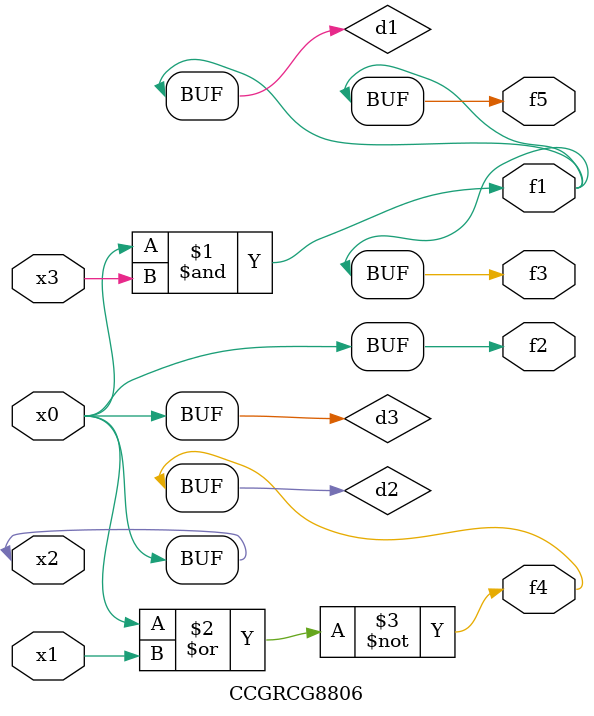
<source format=v>
module CCGRCG8806(
	input x0, x1, x2, x3,
	output f1, f2, f3, f4, f5
);

	wire d1, d2, d3;

	and (d1, x2, x3);
	nor (d2, x0, x1);
	buf (d3, x0, x2);
	assign f1 = d1;
	assign f2 = d3;
	assign f3 = d1;
	assign f4 = d2;
	assign f5 = d1;
endmodule

</source>
